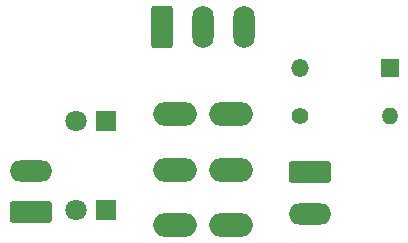
<source format=gbr>
%TF.GenerationSoftware,KiCad,Pcbnew,8.0.2*%
%TF.CreationDate,2024-12-24T23:24:08+01:00*%
%TF.ProjectId,PointControl,506f696e-7443-46f6-9e74-726f6c2e6b69,rev?*%
%TF.SameCoordinates,Original*%
%TF.FileFunction,Copper,L2,Bot*%
%TF.FilePolarity,Positive*%
%FSLAX46Y46*%
G04 Gerber Fmt 4.6, Leading zero omitted, Abs format (unit mm)*
G04 Created by KiCad (PCBNEW 8.0.2) date 2024-12-24 23:24:08*
%MOMM*%
%LPD*%
G01*
G04 APERTURE LIST*
G04 Aperture macros list*
%AMRoundRect*
0 Rectangle with rounded corners*
0 $1 Rounding radius*
0 $2 $3 $4 $5 $6 $7 $8 $9 X,Y pos of 4 corners*
0 Add a 4 corners polygon primitive as box body*
4,1,4,$2,$3,$4,$5,$6,$7,$8,$9,$2,$3,0*
0 Add four circle primitives for the rounded corners*
1,1,$1+$1,$2,$3*
1,1,$1+$1,$4,$5*
1,1,$1+$1,$6,$7*
1,1,$1+$1,$8,$9*
0 Add four rect primitives between the rounded corners*
20,1,$1+$1,$2,$3,$4,$5,0*
20,1,$1+$1,$4,$5,$6,$7,0*
20,1,$1+$1,$6,$7,$8,$9,0*
20,1,$1+$1,$8,$9,$2,$3,0*%
G04 Aperture macros list end*
%TA.AperFunction,ComponentPad*%
%ADD10R,1.800000X1.800000*%
%TD*%
%TA.AperFunction,ComponentPad*%
%ADD11C,1.800000*%
%TD*%
%TA.AperFunction,ComponentPad*%
%ADD12C,1.400000*%
%TD*%
%TA.AperFunction,ComponentPad*%
%ADD13O,1.400000X1.400000*%
%TD*%
%TA.AperFunction,ComponentPad*%
%ADD14O,3.700000X2.000000*%
%TD*%
%TA.AperFunction,ComponentPad*%
%ADD15R,1.500000X1.500000*%
%TD*%
%TA.AperFunction,ComponentPad*%
%ADD16O,1.500000X1.500000*%
%TD*%
%TA.AperFunction,ComponentPad*%
%ADD17RoundRect,0.250000X-1.550000X0.650000X-1.550000X-0.650000X1.550000X-0.650000X1.550000X0.650000X0*%
%TD*%
%TA.AperFunction,ComponentPad*%
%ADD18O,3.600000X1.800000*%
%TD*%
%TA.AperFunction,ComponentPad*%
%ADD19RoundRect,0.250000X1.550000X-0.650000X1.550000X0.650000X-1.550000X0.650000X-1.550000X-0.650000X0*%
%TD*%
%TA.AperFunction,ComponentPad*%
%ADD20RoundRect,0.250000X-0.650000X-1.550000X0.650000X-1.550000X0.650000X1.550000X-0.650000X1.550000X0*%
%TD*%
%TA.AperFunction,ComponentPad*%
%ADD21O,1.800000X3.600000*%
%TD*%
G04 APERTURE END LIST*
D10*
%TO.P,D2,1,K*%
%TO.N,/LED B*%
X150275000Y-89500000D03*
D11*
%TO.P,D2,2,A*%
%TO.N,/AC_0*%
X147735000Y-89500000D03*
%TD*%
D12*
%TO.P,R1,1*%
%TO.N,Net-(D3-A)*%
X166690000Y-89000000D03*
D13*
%TO.P,R1,2*%
%TO.N,/AC_B*%
X174310000Y-89000000D03*
%TD*%
D14*
%TO.P,SW1,1,A*%
%TO.N,/LED B*%
X156100000Y-98300000D03*
%TO.P,SW1,2,B*%
%TO.N,Net-(D3-A)*%
X156100000Y-93600000D03*
%TO.P,SW1,3,C*%
%TO.N,/LED A*%
X156100000Y-88900000D03*
%TO.P,SW1,4,A*%
%TO.N,Net-(J2-Pin_1)*%
X160900000Y-98300000D03*
%TO.P,SW1,5,B*%
%TO.N,/AC_0*%
X160900000Y-93600000D03*
%TO.P,SW1,6,C*%
%TO.N,Net-(J2-Pin_3)*%
X160900000Y-88900000D03*
%TD*%
D15*
%TO.P,D3,1,K*%
%TO.N,/AC_0*%
X174315000Y-85000000D03*
D16*
%TO.P,D3,2,A*%
%TO.N,Net-(D3-A)*%
X166695000Y-85000000D03*
%TD*%
D10*
%TO.P,D1,1,K*%
%TO.N,/LED A*%
X150275000Y-97000000D03*
D11*
%TO.P,D1,2,A*%
%TO.N,/AC_0*%
X147735000Y-97000000D03*
%TD*%
D17*
%TO.P,J3,1,Pin_1*%
%TO.N,/AC_B*%
X167567500Y-93805000D03*
D18*
%TO.P,J3,2,Pin_2*%
%TO.N,/AC_0*%
X167567500Y-97305000D03*
%TD*%
D19*
%TO.P,J1,1,Pin_1*%
%TO.N,/AC_0*%
X143932500Y-97195000D03*
D18*
%TO.P,J1,2,Pin_2*%
%TO.N,/AC_B*%
X143932500Y-93695000D03*
%TD*%
D20*
%TO.P,J2,1,Pin_1*%
%TO.N,Net-(J2-Pin_1)*%
X155000000Y-81500000D03*
D21*
%TO.P,J2,2,Pin_2*%
%TO.N,/AC_B*%
X158500000Y-81500000D03*
%TO.P,J2,3,Pin_3*%
%TO.N,Net-(J2-Pin_3)*%
X162000000Y-81500000D03*
%TD*%
M02*

</source>
